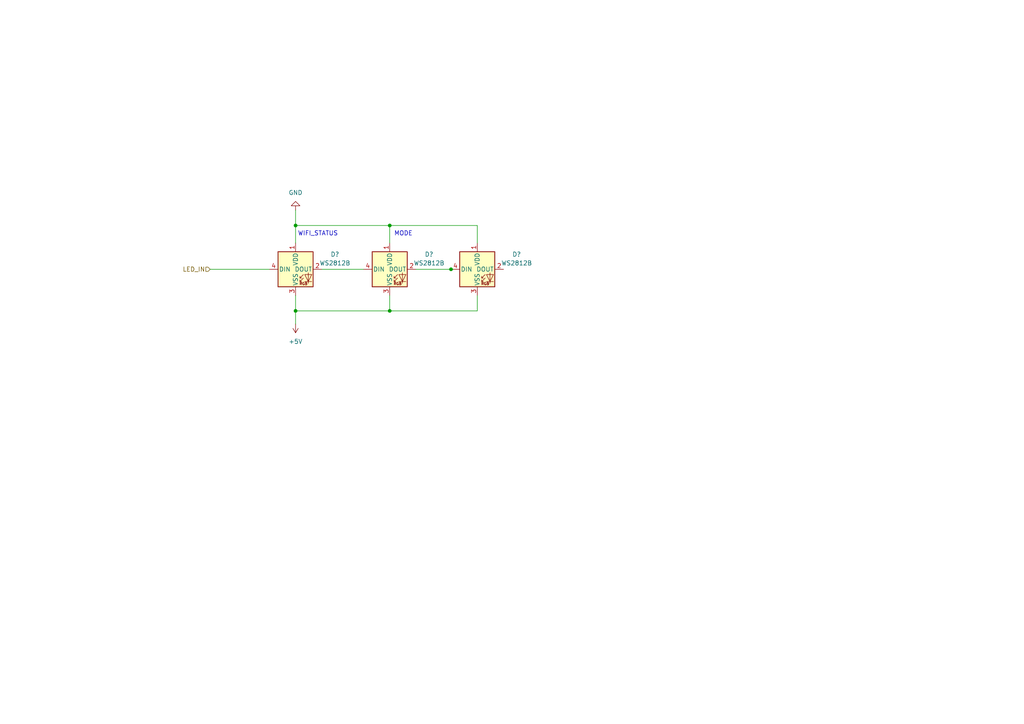
<source format=kicad_sch>
(kicad_sch (version 20211123) (generator eeschema)
  (paper "A4")
  (lib_symbols
    (symbol "LED:WS2812B" (pin_names (offset 0.254))
      (property "Reference" "D" (at 5.08 5.715 0))
      (property "Value" "WS2812B" (at 1.27 -5.715 0))
      (symbol "WS2812B_0_0"
        (text "RGB" (at 2.286 -4.191 0) (effects (font (size 0.762 0.762))))
      )
      (symbol "WS2812B_0_1"
        (polyline (pts (xy 1.27 -3.556) (xy 1.778 -3.556)))
        (polyline (pts (xy 1.27 -2.54) (xy 1.778 -2.54)))
        (polyline (pts (xy 4.699 -3.556) (xy 2.667 -3.556)))
        (polyline (pts (xy 2.286 -2.54) (xy 1.27 -3.556) (xy 1.27 -3.048)))
        (polyline (pts (xy 2.286 -1.524) (xy 1.27 -2.54) (xy 1.27 -2.032)))
        (polyline (pts (xy 3.683 -1.016) (xy 3.683 -3.556) (xy 3.683 -4.064)))
        (polyline (pts (xy 4.699 -1.524) (xy 2.667 -1.524) (xy 3.683 -3.556) (xy 4.699 -1.524)))
        (rectangle (start 5.08 5.08) (end -5.08 -5.08) (stroke (width 0.254)) (fill (type background)))
      )
      (symbol "WS2812B_1_1"
        (pin power_in line (at 0 7.62 270) (length 2.54) (name "VDD") (number "1"))
        (pin output line (at 7.62 0 180) (length 2.54) (name "DOUT") (number "2"))
        (pin power_in line (at 0 -7.62 90) (length 2.54) (name "VSS") (number "3"))
        (pin input line (at -7.62 0 0) (length 2.54) (name "DIN") (number "4"))
      )
    )
    (symbol "power:+5V" (power) (pin_names (offset 0))
      (property "Value" "+5V" (at 0 3.556 0))
      (symbol "+5V_0_1"
        (polyline (pts (xy -0.762 1.27) (xy 0 2.54)))
        (polyline (pts (xy 0 0) (xy 0 2.54)))
        (polyline (pts (xy 0 2.54) (xy 0.762 1.27)))
      )
      (symbol "+5V_1_1"
        (pin power_in line (at 0 0 90) (length 0) hide (name "+5V") (number "1"))
      )
    )
    (symbol "power:GND" (power) (pin_names (offset 0))
      (property "Value" "GND" (at 0 -3.81 0))
      (symbol "GND_0_1"
        (polyline (pts (xy 0 0) (xy 0 -1.27) (xy 1.27 -1.27) (xy 0 -2.54) (xy -1.27 -1.27) (xy 0 -1.27)))
      )
      (symbol "GND_1_1"
        (pin power_in line (at 0 0 270) (length 0) hide (name "GND") (number "1"))
      )
    )
  )
  (junction (at 130.81 78.105))
  (junction (at 85.725 90.17))
  (junction (at 113.03 90.17))
  (junction (at 113.03 65.405))
  (junction (at 85.725 65.405))
  (wire (pts (xy 60.96 78.105) (xy 78.105 78.105)))
  (wire (pts (xy 120.65 78.105) (xy 130.81 78.105)))
  (wire (pts (xy 113.03 70.485) (xy 113.03 65.405)))
  (wire (pts (xy 130.81 78.105) (xy 131.445 78.105)))
  (wire (pts (xy 138.43 65.405) (xy 113.03 65.405)))
  (wire (pts (xy 85.725 65.405) (xy 85.725 70.485)))
  (wire (pts (xy 113.03 65.405) (xy 85.725 65.405)))
  (wire (pts (xy 85.725 90.17) (xy 85.725 93.98)))
  (wire (pts (xy 93.345 78.105) (xy 105.41 78.105)))
  (wire (pts (xy 85.725 85.725) (xy 85.725 90.17)))
  (wire (pts (xy 113.03 90.17) (xy 138.43 90.17)))
  (wire (pts (xy 113.03 90.17) (xy 85.725 90.17)))
  (wire (pts (xy 138.43 70.485) (xy 138.43 65.405)))
  (wire (pts (xy 138.43 85.725) (xy 138.43 90.17)))
  (wire (pts (xy 85.725 60.96) (xy 85.725 65.405)))
  (wire (pts (xy 113.03 85.725) (xy 113.03 90.17)))
  (text "WIFI_STATUS" (at 86.36 68.58 0) (effects (font (size 1.27 1.27)) (justify left bottom)))
  (text "MODE\n" (at 114.3 68.58 0) (effects (font (size 1.27 1.27)) (justify left bottom)))
  (hierarchical_label "LED_IN" (shape input) (at 60.96 78.105 180))
  (symbol (lib_id "LED:WS2812B") (at 138.43 78.105 0) (unit 1)
    (property "Reference" "D?" (at 149.86 73.7743 0))
    (property "Value" "WS2812B" (at 149.86 76.3143 0))
    (property "Footprint" "LED_SMD:LED_WS2812B_PLCC4_5.0x5.0mm_P3.2mm" (effects hide))
    (property "Datasheet" "https://cdn-shop.adafruit.com/datasheets/WS2812B.pdf" (effects hide))
  )
  (symbol (lib_id "power:+5V") (at 85.725 93.98 180) (unit 1)
    (property "Reference" "#PWR?" (effects hide))
    (property "Value" "+5V" (at 85.725 99.06 0))
  )
  (symbol (lib_id "LED:WS2812B") (at 113.03 78.105 0) (unit 1)
    (property "Reference" "D?" (at 124.46 73.7743 0))
    (property "Value" "WS2812B" (at 124.46 76.3143 0))
    (property "Footprint" "LED_SMD:LED_WS2812B_PLCC4_5.0x5.0mm_P3.2mm" (effects hide))
    (property "Datasheet" "https://cdn-shop.adafruit.com/datasheets/WS2812B.pdf" (effects hide))
  )
  (symbol (lib_id "power:GND") (at 85.725 60.96 180) (unit 1)
    (property "Reference" "#PWR?" (effects hide))
    (property "Value" "GND" (at 85.725 55.88 0))
  )
  (symbol (lib_id "LED:WS2812B") (at 85.725 78.105 0) (unit 1)
    (property "Reference" "D?" (at 97.155 73.7743 0))
    (property "Value" "WS2812B" (at 97.155 76.3143 0))
    (property "Footprint" "LED_SMD:LED_WS2812B_PLCC4_5.0x5.0mm_P3.2mm" (effects hide))
    (property "Datasheet" "https://cdn-shop.adafruit.com/datasheets/WS2812B.pdf" (effects hide))
  )
)
</source>
